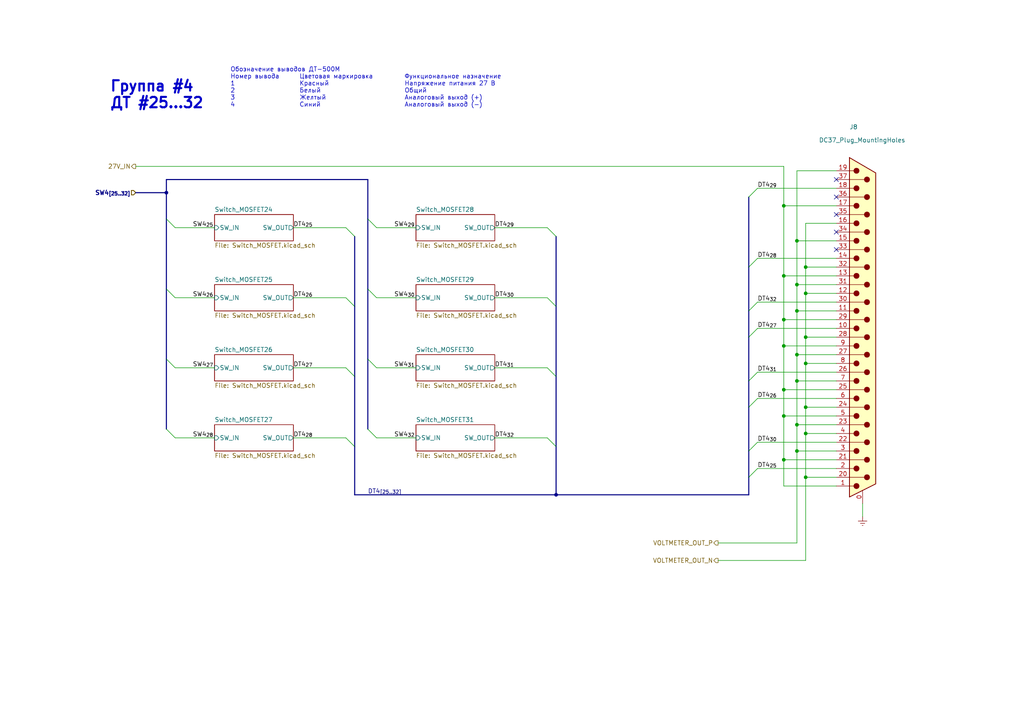
<source format=kicad_sch>
(kicad_sch (version 20231120) (generator "eeschema") (generator_version "8.0")
  (paper "A4")
  (lib_symbols
    (symbol "Connector:DC37_Plug_MountingHoles" (pin_names (offset 1.016) hide)
      (property "Reference" "J" (at 0 52.705 0))
      (property "Value" "DC37_Plug_MountingHoles" (at 0 50.8 0))
      (symbol "DC37_Plug_MountingHoles_0_1"
        (circle (center -1.778 -45.72) (radius 0.762) (fill (type outline)))
        (circle (center -1.778 -40.64) (radius 0.762) (fill (type outline)))
        (circle (center -1.778 -35.56) (radius 0.762) (fill (type outline)))
        (circle (center -1.778 -30.48) (radius 0.762) (fill (type outline)))
        (circle (center -1.778 -25.4) (radius 0.762) (fill (type outline)))
        (circle (center -1.778 -20.32) (radius 0.762) (fill (type outline)))
        (circle (center -1.778 -15.24) (radius 0.762) (fill (type outline)))
        (circle (center -1.778 -10.16) (radius 0.762) (fill (type outline)))
        (circle (center -1.778 -5.08) (radius 0.762) (fill (type outline)))
        (circle (center -1.778 0) (radius 0.762) (fill (type outline)))
        (circle (center -1.778 5.08) (radius 0.762) (fill (type outline)))
        (circle (center -1.778 10.16) (radius 0.762) (fill (type outline)))
        (circle (center -1.778 15.24) (radius 0.762) (fill (type outline)))
        (circle (center -1.778 20.32) (radius 0.762) (fill (type outline)))
        (circle (center -1.778 25.4) (radius 0.762) (fill (type outline)))
        (circle (center -1.778 30.48) (radius 0.762) (fill (type outline)))
        (circle (center -1.778 35.56) (radius 0.762) (fill (type outline)))
        (circle (center -1.778 40.64) (radius 0.762) (fill (type outline)))
        (circle (center -1.778 45.72) (radius 0.762) (fill (type outline)))
        (polyline (pts (xy -3.81 -45.72) (xy -2.54 -45.72)))
        (polyline (pts (xy -3.81 -43.18) (xy 0.508 -43.18)))
        (polyline (pts (xy -3.81 -40.64) (xy -2.54 -40.64)))
        (polyline (pts (xy -3.81 -38.1) (xy 0.508 -38.1)))
        (polyline (pts (xy -3.81 -35.56) (xy -2.54 -35.56)))
        (polyline (pts (xy -3.81 -33.02) (xy 0.508 -33.02)))
        (polyline (pts (xy -3.81 -30.48) (xy -2.54 -30.48)))
        (polyline (pts (xy -3.81 -27.94) (xy 0.508 -27.94)))
        (polyline (pts (xy -3.81 -25.4) (xy -2.54 -25.4)))
        (polyline (pts (xy -3.81 -22.86) (xy 0.508 -22.86)))
        (polyline (pts (xy -3.81 -20.32) (xy -2.54 -20.32)))
        (polyline (pts (xy -3.81 -17.78) (xy 0.508 -17.78)))
        (polyline (pts (xy -3.81 -15.24) (xy -2.54 -15.24)))
        (polyline (pts (xy -3.81 -12.7) (xy 0.508 -12.7)))
        (polyline (pts (xy -3.81 -10.16) (xy -2.54 -10.16)))
        (polyline (pts (xy -3.81 -7.62) (xy 0.508 -7.62)))
        (polyline (pts (xy -3.81 -5.08) (xy -2.54 -5.08)))
        (polyline (pts (xy -3.81 -2.54) (xy 0.508 -2.54)))
        (polyline (pts (xy -3.81 0) (xy -2.54 0)))
        (polyline (pts (xy -3.81 2.54) (xy 0.508 2.54)))
        (polyline (pts (xy -3.81 5.08) (xy -2.54 5.08)))
        (polyline (pts (xy -3.81 7.62) (xy 0.508 7.62)))
        (polyline (pts (xy -3.81 10.16) (xy -2.54 10.16)))
        (polyline (pts (xy -3.81 12.7) (xy 0.508 12.7)))
        (polyline (pts (xy -3.81 15.24) (xy -2.54 15.24)))
        (polyline (pts (xy -3.81 17.78) (xy 0.508 17.78)))
        (polyline (pts (xy -3.81 20.32) (xy -2.54 20.32)))
        (polyline (pts (xy -3.81 22.86) (xy 0.508 22.86)))
        (polyline (pts (xy -3.81 25.4) (xy -2.54 25.4)))
        (polyline (pts (xy -3.81 27.94) (xy 0.508 27.94)))
        (polyline (pts (xy -3.81 30.48) (xy -2.54 30.48)))
        (polyline (pts (xy -3.81 33.02) (xy 0.508 33.02)))
        (polyline (pts (xy -3.81 35.56) (xy -2.54 35.56)))
        (polyline (pts (xy -3.81 38.1) (xy 0.508 38.1)))
        (polyline (pts (xy -3.81 40.64) (xy -2.54 40.64)))
        (polyline (pts (xy -3.81 43.18) (xy 0.508 43.18)))
        (polyline (pts (xy -3.81 45.72) (xy -2.54 45.72)))
        (polyline (pts (xy -3.81 49.53) (xy 3.81 45.085) (xy 3.81 -45.085) (xy -3.81 -48.895) (xy -3.81 49.53)) (stroke (width 0.254)) (fill (type background)))
        (circle (center 1.27 -43.18) (radius 0.762) (fill (type outline)))
        (circle (center 1.27 -38.1) (radius 0.762) (fill (type outline)))
        (circle (center 1.27 -33.02) (radius 0.762) (fill (type outline)))
        (circle (center 1.27 -27.94) (radius 0.762) (fill (type outline)))
        (circle (center 1.27 -22.86) (radius 0.762) (fill (type outline)))
        (circle (center 1.27 -17.78) (radius 0.762) (fill (type outline)))
        (circle (center 1.27 -12.7) (radius 0.762) (fill (type outline)))
        (circle (center 1.27 -7.62) (radius 0.762) (fill (type outline)))
        (circle (center 1.27 -2.54) (radius 0.762) (fill (type outline)))
        (circle (center 1.27 2.54) (radius 0.762) (fill (type outline)))
        (circle (center 1.27 7.62) (radius 0.762) (fill (type outline)))
        (circle (center 1.27 12.7) (radius 0.762) (fill (type outline)))
        (circle (center 1.27 17.78) (radius 0.762) (fill (type outline)))
        (circle (center 1.27 22.86) (radius 0.762) (fill (type outline)))
        (circle (center 1.27 27.94) (radius 0.762) (fill (type outline)))
        (circle (center 1.27 33.02) (radius 0.762) (fill (type outline)))
        (circle (center 1.27 38.1) (radius 0.762) (fill (type outline)))
        (circle (center 1.27 43.18) (radius 0.762) (fill (type outline)))
      )
      (symbol "DC37_Plug_MountingHoles_1_1"
        (pin passive line (at 0 -50.8 90) (length 3.81) (name "PAD") (number "0"))
        (pin passive line (at -7.62 -45.72 0) (length 3.81) (name "1") (number "1"))
        (pin passive line (at -7.62 0 0) (length 3.81) (name "10") (number "10"))
        (pin passive line (at -7.62 5.08 0) (length 3.81) (name "11") (number "11"))
        (pin passive line (at -7.62 10.16 0) (length 3.81) (name "12") (number "12"))
        (pin passive line (at -7.62 15.24 0) (length 3.81) (name "13") (number "13"))
        (pin passive line (at -7.62 20.32 0) (length 3.81) (name "14") (number "14"))
        (pin passive line (at -7.62 25.4 0) (length 3.81) (name "15") (number "15"))
        (pin passive line (at -7.62 30.48 0) (length 3.81) (name "16") (number "16"))
        (pin passive line (at -7.62 35.56 0) (length 3.81) (name "17") (number "17"))
        (pin passive line (at -7.62 40.64 0) (length 3.81) (name "18") (number "18"))
        (pin passive line (at -7.62 45.72 0) (length 3.81) (name "19") (number "19"))
        (pin passive line (at -7.62 -40.64 0) (length 3.81) (name "2") (number "2"))
        (pin passive line (at -7.62 -43.18 0) (length 3.81) (name "20") (number "20"))
        (pin passive line (at -7.62 -38.1 0) (length 3.81) (name "21") (number "21"))
        (pin passive line (at -7.62 -33.02 0) (length 3.81) (name "22") (number "22"))
        (pin passive line (at -7.62 -27.94 0) (length 3.81) (name "23") (number "23"))
        (pin passive line (at -7.62 -22.86 0) (length 3.81) (name "24") (number "24"))
        (pin passive line (at -7.62 -17.78 0) (length 3.81) (name "25") (number "25"))
        (pin passive line (at -7.62 -12.7 0) (length 3.81) (name "26") (number "26"))
        (pin passive line (at -7.62 -7.62 0) (length 3.81) (name "27") (number "27"))
        (pin passive line (at -7.62 -2.54 0) (length 3.81) (name "28") (number "28"))
        (pin passive line (at -7.62 2.54 0) (length 3.81) (name "29") (number "29"))
        (pin passive line (at -7.62 -35.56 0) (length 3.81) (name "3") (number "3"))
        (pin passive line (at -7.62 7.62 0) (length 3.81) (name "30") (number "30"))
        (pin passive line (at -7.62 12.7 0) (length 3.81) (name "31") (number "31"))
        (pin passive line (at -7.62 17.78 0) (length 3.81) (name "32") (number "32"))
        (pin passive line (at -7.62 22.86 0) (length 3.81) (name "33") (number "33"))
        (pin passive line (at -7.62 27.94 0) (length 3.81) (name "34") (number "34"))
        (pin passive line (at -7.62 33.02 0) (length 3.81) (name "35") (number "35"))
        (pin passive line (at -7.62 38.1 0) (length 3.81) (name "36") (number "36"))
        (pin passive line (at -7.62 43.18 0) (length 3.81) (name "37") (number "37"))
        (pin passive line (at -7.62 -30.48 0) (length 3.81) (name "4") (number "4"))
        (pin passive line (at -7.62 -25.4 0) (length 3.81) (name "5") (number "5"))
        (pin passive line (at -7.62 -20.32 0) (length 3.81) (name "6") (number "6"))
        (pin passive line (at -7.62 -15.24 0) (length 3.81) (name "7") (number "7"))
        (pin passive line (at -7.62 -10.16 0) (length 3.81) (name "8") (number "8"))
        (pin passive line (at -7.62 -5.08 0) (length 3.81) (name "9") (number "9"))
      )
    )
    (symbol "power:Earth" (power) (pin_names (offset 0))
      (symbol "Earth_0_1"
        (polyline (pts (xy -0.635 -1.905) (xy 0.635 -1.905)))
        (polyline (pts (xy -0.127 -2.54) (xy 0.127 -2.54)))
        (polyline (pts (xy 0 -1.27) (xy 0 0)))
        (polyline (pts (xy 1.27 -1.27) (xy -1.27 -1.27)))
      )
      (symbol "Earth_1_1"
        (pin power_in line (at 0 0 270) (length 0) hide (name "Earth") (number "1"))
      )
    )
  )
  (junction (at 233.68 105.41))
  (junction (at 233.68 118.11))
  (junction (at 231.14 102.87))
  (junction (at 227.33 92.71))
  (junction (at 227.33 133.35))
  (junction (at 233.68 77.47))
  (junction (at 233.68 85.09))
  (junction (at 227.33 113.03))
  (junction (at 48.26 55.88))
  (junction (at 231.14 110.49))
  (junction (at 231.14 123.19))
  (junction (at 227.33 59.69))
  (junction (at 233.68 138.43))
  (junction (at 233.68 125.73))
  (junction (at 227.33 80.01))
  (junction (at 231.14 90.17))
  (junction (at 231.14 82.55))
  (junction (at 227.33 120.65))
  (junction (at 231.14 69.85))
  (junction (at 161.29 143.51))
  (junction (at 227.33 100.33))
  (junction (at 233.68 97.79))
  (junction (at 231.14 130.81))
  (no_connect (at 242.57 72.39))
  (no_connect (at 242.57 52.07))
  (no_connect (at 242.57 62.23))
  (no_connect (at 242.57 67.31))
  (no_connect (at 242.57 57.15))
  (bus_entry (at 102.87 129.54) (size -2.54 -2.54))
  (bus_entry (at 217.17 130.81) (size 2.54 -2.54))
  (bus_entry (at 217.17 110.49) (size 2.54 -2.54))
  (bus_entry (at 217.17 138.43) (size 2.54 -2.54))
  (bus_entry (at 161.29 129.54) (size -2.54 -2.54))
  (bus_entry (at 106.68 83.82) (size 2.54 2.54))
  (bus_entry (at 217.17 118.11) (size 2.54 -2.54))
  (bus_entry (at 217.17 97.79) (size 2.54 -2.54))
  (bus_entry (at 106.68 63.5) (size 2.54 2.54))
  (bus_entry (at 48.26 83.82) (size 2.54 2.54))
  (bus_entry (at 48.26 63.5) (size 2.54 2.54))
  (bus_entry (at 48.26 124.46) (size 2.54 2.54))
  (bus_entry (at 102.87 109.22) (size -2.54 -2.54))
  (bus_entry (at 217.17 90.17) (size 2.54 -2.54))
  (bus_entry (at 106.68 104.14) (size 2.54 2.54))
  (bus_entry (at 106.68 124.46) (size 2.54 2.54))
  (bus_entry (at 161.29 88.9) (size -2.54 -2.54))
  (bus_entry (at 217.17 57.15) (size 2.54 -2.54))
  (bus_entry (at 217.17 77.47) (size 2.54 -2.54))
  (bus_entry (at 48.26 104.14) (size 2.54 2.54))
  (bus_entry (at 102.87 88.9) (size -2.54 -2.54))
  (bus_entry (at 161.29 109.22) (size -2.54 -2.54))
  (bus_entry (at 102.87 68.58) (size -2.54 -2.54))
  (bus_entry (at 161.29 68.58) (size -2.54 -2.54))
  (wire (pts (xy 233.68 85.09) (xy 242.57 85.09)))
  (wire (pts (xy 233.68 118.11) (xy 233.68 125.73)))
  (wire (pts (xy 233.68 97.79) (xy 242.57 97.79)))
  (wire (pts (xy 233.68 138.43) (xy 233.68 162.56)))
  (bus (pts (xy 161.29 129.54) (xy 161.29 143.51)))
  (bus (pts (xy 217.17 138.43) (xy 217.17 143.51)))
  (bus (pts (xy 161.29 68.58) (xy 161.29 88.9)))
  (wire (pts (xy 227.33 113.03) (xy 227.33 100.33)))
  (wire (pts (xy 85.09 106.68) (xy 100.33 106.68)))
  (wire (pts (xy 50.8 66.04) (xy 62.23 66.04)))
  (wire (pts (xy 227.33 140.97) (xy 242.57 140.97)))
  (wire (pts (xy 109.22 106.68) (xy 120.65 106.68)))
  (wire (pts (xy 231.14 123.19) (xy 242.57 123.19)))
  (bus (pts (xy 217.17 118.11) (xy 217.17 130.81)))
  (bus (pts (xy 48.26 83.82) (xy 48.26 104.14)))
  (wire (pts (xy 219.71 115.57) (xy 242.57 115.57)))
  (bus (pts (xy 106.68 52.07) (xy 48.26 52.07)))
  (bus (pts (xy 102.87 109.22) (xy 102.87 129.54)))
  (bus (pts (xy 217.17 57.15) (xy 217.17 77.47)))
  (bus (pts (xy 102.87 129.54) (xy 102.87 143.51)))
  (wire (pts (xy 219.71 74.93) (xy 242.57 74.93)))
  (wire (pts (xy 231.14 82.55) (xy 231.14 90.17)))
  (wire (pts (xy 233.68 118.11) (xy 242.57 118.11)))
  (wire (pts (xy 227.33 133.35) (xy 242.57 133.35)))
  (wire (pts (xy 50.8 86.36) (xy 62.23 86.36)))
  (wire (pts (xy 231.14 49.53) (xy 242.57 49.53)))
  (wire (pts (xy 233.68 138.43) (xy 242.57 138.43)))
  (wire (pts (xy 219.71 128.27) (xy 242.57 128.27)))
  (wire (pts (xy 227.33 92.71) (xy 227.33 80.01)))
  (wire (pts (xy 143.51 127) (xy 158.75 127)))
  (wire (pts (xy 219.71 135.89) (xy 242.57 135.89)))
  (wire (pts (xy 233.68 105.41) (xy 233.68 118.11)))
  (wire (pts (xy 231.14 82.55) (xy 242.57 82.55)))
  (wire (pts (xy 227.33 100.33) (xy 242.57 100.33)))
  (bus (pts (xy 48.26 63.5) (xy 48.26 83.82)))
  (bus (pts (xy 102.87 143.51) (xy 161.29 143.51)))
  (wire (pts (xy 231.14 110.49) (xy 242.57 110.49)))
  (wire (pts (xy 109.22 127) (xy 120.65 127)))
  (wire (pts (xy 231.14 130.81) (xy 231.14 157.48)))
  (bus (pts (xy 106.68 104.14) (xy 106.68 124.46)))
  (wire (pts (xy 227.33 59.69) (xy 242.57 59.69)))
  (bus (pts (xy 161.29 143.51) (xy 217.17 143.51)))
  (wire (pts (xy 231.14 123.19) (xy 231.14 130.81)))
  (bus (pts (xy 48.26 104.14) (xy 48.26 124.46)))
  (wire (pts (xy 231.14 49.53) (xy 231.14 69.85)))
  (wire (pts (xy 227.33 133.35) (xy 227.33 120.65)))
  (bus (pts (xy 102.87 68.58) (xy 102.87 88.9)))
  (wire (pts (xy 231.14 69.85) (xy 242.57 69.85)))
  (wire (pts (xy 85.09 86.36) (xy 100.33 86.36)))
  (bus (pts (xy 48.26 55.88) (xy 48.26 63.5)))
  (wire (pts (xy 250.19 146.05) (xy 250.19 149.86)))
  (bus (pts (xy 106.68 52.07) (xy 106.68 63.5)))
  (wire (pts (xy 85.09 127) (xy 100.33 127)))
  (wire (pts (xy 85.09 66.04) (xy 100.33 66.04)))
  (bus (pts (xy 161.29 88.9) (xy 161.29 109.22)))
  (wire (pts (xy 227.33 92.71) (xy 242.57 92.71)))
  (wire (pts (xy 219.71 87.63) (xy 242.57 87.63)))
  (wire (pts (xy 50.8 127) (xy 62.23 127)))
  (wire (pts (xy 231.14 102.87) (xy 231.14 110.49)))
  (wire (pts (xy 143.51 66.04) (xy 158.75 66.04)))
  (bus (pts (xy 217.17 110.49) (xy 217.17 118.11)))
  (wire (pts (xy 231.14 102.87) (xy 242.57 102.87)))
  (wire (pts (xy 143.51 106.68) (xy 158.75 106.68)))
  (wire (pts (xy 231.14 69.85) (xy 231.14 82.55)))
  (wire (pts (xy 233.68 105.41) (xy 242.57 105.41)))
  (wire (pts (xy 50.8 106.68) (xy 62.23 106.68)))
  (wire (pts (xy 231.14 90.17) (xy 231.14 102.87)))
  (wire (pts (xy 231.14 110.49) (xy 231.14 123.19)))
  (wire (pts (xy 208.28 162.56) (xy 233.68 162.56)))
  (wire (pts (xy 208.28 157.48) (xy 231.14 157.48)))
  (bus (pts (xy 217.17 90.17) (xy 217.17 97.79)))
  (bus (pts (xy 217.17 130.81) (xy 217.17 138.43)))
  (wire (pts (xy 231.14 130.81) (xy 242.57 130.81)))
  (wire (pts (xy 233.68 64.77) (xy 242.57 64.77)))
  (wire (pts (xy 143.51 86.36) (xy 158.75 86.36)))
  (bus (pts (xy 48.26 52.07) (xy 48.26 55.88)))
  (wire (pts (xy 233.68 77.47) (xy 233.68 85.09)))
  (bus (pts (xy 161.29 109.22) (xy 161.29 129.54)))
  (wire (pts (xy 227.33 80.01) (xy 242.57 80.01)))
  (bus (pts (xy 106.68 83.82) (xy 106.68 104.14)))
  (wire (pts (xy 109.22 66.04) (xy 120.65 66.04)))
  (wire (pts (xy 109.22 86.36) (xy 120.65 86.36)))
  (wire (pts (xy 233.68 85.09) (xy 233.68 97.79)))
  (bus (pts (xy 102.87 88.9) (xy 102.87 109.22)))
  (wire (pts (xy 219.71 107.95) (xy 242.57 107.95)))
  (wire (pts (xy 233.68 64.77) (xy 233.68 77.47)))
  (wire (pts (xy 233.68 125.73) (xy 242.57 125.73)))
  (wire (pts (xy 227.33 113.03) (xy 242.57 113.03)))
  (bus (pts (xy 217.17 77.47) (xy 217.17 90.17)))
  (wire (pts (xy 233.68 77.47) (xy 242.57 77.47)))
  (wire (pts (xy 219.71 54.61) (xy 242.57 54.61)))
  (bus (pts (xy 217.17 97.79) (xy 217.17 110.49)))
  (wire (pts (xy 227.33 120.65) (xy 227.33 113.03)))
  (wire (pts (xy 219.71 95.25) (xy 242.57 95.25)))
  (wire (pts (xy 233.68 125.73) (xy 233.68 138.43)))
  (wire (pts (xy 227.33 59.69) (xy 227.33 48.26)))
  (wire (pts (xy 227.33 80.01) (xy 227.33 59.69)))
  (bus (pts (xy 48.26 55.88) (xy 39.37 55.88)))
  (wire (pts (xy 233.68 97.79) (xy 233.68 105.41)))
  (wire (pts (xy 39.37 48.26) (xy 227.33 48.26)))
  (wire (pts (xy 227.33 100.33) (xy 227.33 92.71)))
  (wire (pts (xy 231.14 90.17) (xy 242.57 90.17)))
  (bus (pts (xy 106.68 63.5) (xy 106.68 83.82)))
  (wire (pts (xy 227.33 120.65) (xy 242.57 120.65)))
  (wire (pts (xy 227.33 140.97) (xy 227.33 133.35)))
  (text "Группа #4\nДТ #25...32" (at 31.75 31.75 0) (effects (font (size 3 3) (thickness 0.6) (bold yes)) (justify left bottom)))
  (text "Обозначение выводов ДТ-500М\nНомер вывода	Цветовая маркировка		Функциональное назначение\n1 				Красный 				Напряжение питания 27 В\n2 				Белый 					Общий\n3 				Желтый 					Аналоговый выход (+)\n4 				Синий 					Аналоговый выход (-)" (at 66.802 31.242 0) (effects (font (size 1.27 1.27)) (justify left bottom)))
  (label "DT4_{[25..32]}" (at 106.68 143.51 0))
  (label "DT4_{26}" (at 85.09 86.36 0))
  (label "DT4_{27}" (at 219.71 95.25 0))
  (label "DT4_{32}" (at 219.71 87.63 0))
  (label "DT4_{29}" (at 143.51 66.04 0))
  (label "SW4_{31}" (at 114.3 106.68 0))
  (label "DT4_{27}" (at 85.09 106.68 0))
  (label "DT4_{28}" (at 219.71 74.93 0))
  (label "SW4_{27}" (at 55.88 106.68 0))
  (label "DT4_{25}" (at 85.09 66.04 0))
  (label "SW4_{28}" (at 55.88 127 0))
  (label "SW4_{30}" (at 114.3 86.36 0))
  (label "SW4_{26}" (at 55.88 86.36 0))
  (label "DT4_{32}" (at 143.51 127 0))
  (label "DT4_{28}" (at 85.09 127 0))
  (label "DT4_{26}" (at 219.71 115.57 0))
  (label "SW4_{32}" (at 114.3 127 0))
  (label "DT4_{25}" (at 219.71 135.89 0))
  (label "DT4_{31}" (at 219.71 107.95 0))
  (label "DT4_{30}" (at 143.51 86.36 0))
  (label "DT4_{29}" (at 219.71 54.61 0))
  (label "SW4_{29}" (at 114.3 66.04 0))
  (label "DT4_{31}" (at 143.51 106.68 0))
  (label "SW4_{25}" (at 55.88 66.04 0))
  (label "DT4_{30}" (at 219.71 128.27 0))
  (hierarchical_label "VOLTMETER_OUT_N" (shape output) (at 208.28 162.56 180))
  (hierarchical_label "27V_IN" (shape output) (at 39.37 48.26 180))
  (hierarchical_label "VOLTMETER_OUT_P" (shape output) (at 208.28 157.48 180))
  (hierarchical_label "SW4_{[25..32]}" (shape input) (at 39.37 55.88 180) (effects (font (bold yes))))
  (symbol (lib_id "power:Earth") (at 250.19 149.86 0) (unit 1)
    (property "Reference" "#PWR082" (effects (hide yes)))
    (property "Value" "Earth" (effects (hide yes)))
  )
  (symbol (lib_id "Connector:DC37_Plug_MountingHoles") (at 250.19 95.25 0) (unit 1)
    (property "Reference" "J8" (at 246.38 36.83 0) (effects (justify left)))
    (property "Value" "DC37_Plug_MountingHoles" (at 237.49 40.64 0) (effects (justify left)))
    (property "Footprint" "Connector_Dsub:DSUB-37_Male_Vertical_P2.77x2.84mm_MountingHoles" (effects (hide yes)))
    (property "Datasheet" " ~" (effects (hide yes)))
  )
  (sheet (at 62.23 82.55) (size 22.86 7.62) (stroke (width 0.1524))
    (property "Sheetname" "Switch_MOSFET25" (at 62.23 81.8384 0) (effects (justify left bottom)))
    (property "Sheetfile" "Switch_MOSFET.kicad_sch" (at 62.23 90.7546 0) (effects (justify left top)))
    (pin "SW_OUT" output (at 85.09 86.36 0))
    (pin "SW_IN" input (at 62.23 86.36 180))
  )
  (sheet (at 120.65 102.87) (size 22.86 7.62) (stroke (width 0.1524))
    (property "Sheetname" "Switch_MOSFET30" (at 120.65 102.1584 0) (effects (justify left bottom)))
    (property "Sheetfile" "Switch_MOSFET.kicad_sch" (at 120.65 111.0746 0) (effects (justify left top)))
    (pin "SW_OUT" output (at 143.51 106.68 0))
    (pin "SW_IN" input (at 120.65 106.68 180))
  )
  (sheet (at 120.65 123.19) (size 22.86 7.62) (stroke (width 0.1524))
    (property "Sheetname" "Switch_MOSFET31" (at 120.65 122.4784 0) (effects (justify left bottom)))
    (property "Sheetfile" "Switch_MOSFET.kicad_sch" (at 120.65 131.3946 0) (effects (justify left top)))
    (pin "SW_OUT" output (at 143.51 127 0))
    (pin "SW_IN" input (at 120.65 127 180))
  )
  (sheet (at 62.23 102.87) (size 22.86 7.62) (stroke (width 0.1524))
    (property "Sheetname" "Switch_MOSFET26" (at 62.23 102.1584 0) (effects (justify left bottom)))
    (property "Sheetfile" "Switch_MOSFET.kicad_sch" (at 62.23 111.0746 0) (effects (justify left top)))
    (pin "SW_OUT" output (at 85.09 106.68 0))
    (pin "SW_IN" input (at 62.23 106.68 180))
  )
  (sheet (at 62.23 62.23) (size 22.86 7.62) (stroke (width 0.1524))
    (property "Sheetname" "Switch_MOSFET24" (at 62.23 61.5184 0) (effects (justify left bottom)))
    (property "Sheetfile" "Switch_MOSFET.kicad_sch" (at 62.23 70.4346 0) (effects (justify left top)))
    (pin "SW_OUT" output (at 85.09 66.04 0))
    (pin "SW_IN" input (at 62.23 66.04 180))
  )
  (sheet (at 62.23 123.19) (size 22.86 7.62) (stroke (width 0.1524))
    (property "Sheetname" "Switch_MOSFET27" (at 62.23 122.4784 0) (effects (justify left bottom)))
    (property "Sheetfile" "Switch_MOSFET.kicad_sch" (at 62.23 131.3946 0) (effects (justify left top)))
    (pin "SW_OUT" output (at 85.09 127 0))
    (pin "SW_IN" input (at 62.23 127 180))
  )
  (sheet (at 120.65 82.55) (size 22.86 7.62) (stroke (width 0.1524))
    (property "Sheetname" "Switch_MOSFET29" (at 120.65 81.8384 0) (effects (justify left bottom)))
    (property "Sheetfile" "Switch_MOSFET.kicad_sch" (at 120.65 90.7546 0) (effects (justify left top)))
    (pin "SW_OUT" output (at 143.51 86.36 0))
    (pin "SW_IN" input (at 120.65 86.36 180))
  )
  (sheet (at 120.65 62.23) (size 22.86 7.62) (stroke (width 0.1524))
    (property "Sheetname" "Switch_MOSFET28" (at 120.65 61.5184 0) (effects (justify left bottom)))
    (property "Sheetfile" "Switch_MOSFET.kicad_sch" (at 120.65 70.4346 0) (effects (justify left top)))
    (pin "SW_OUT" output (at 143.51 66.04 0))
    (pin "SW_IN" input (at 120.65 66.04 180))
  )
)
</source>
